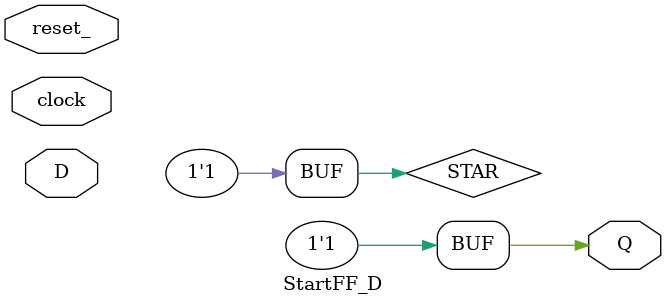
<source format=v>
module TestBench;
  reg clock, reset_;
  always #5 clock <= !clock;
  initial begin
    clock = 0;
    reset_ = 1;
  
    #5 reset_ <= 0;
    #20 reset_ <= 1;
    #600 $finish;
  end
  wire [3:0] Q;
  RingCounter RING(clock,reset_, Q);
  wire q0 = RING.q0, q1 = RING.q1, q2 = RING.q2, q3 = RING.q3;

endmodule


module RingCounter(clock,reset_, Q);
  input clock,reset_;
  output [3:0] Q;
  wire q0,q1,q2,q3;

  StartFF_D   f0(q3,clock,reset_, q0);
  FF_D        f1(q0,clock,reset_, q1), f2(q1,clock,reset_, q2), f1(q2,clock,reset_, q3);
  assign Q = {q3,q2,q1,q0};
endmodule


module FF_D(D,clock,reset_, Q);
  input D,clock,reset_;
  reg STAR;
  parameter S0 = 0, S1 = 1;
  output Q; assign Q = STAR ? 1:0;

  always @(reset_ == 0) STAR <= S0;
  always @(posedge clock) if (reset_ == 1) #3
    casex(STAR)
      S0: STAR = D ? S1:S0;
      S1: STAR = D ? S1:S0;
    endcase
endmodule

//a flip-flop d that starts from S1 -> 1 to trigger a ring cascade
module StartFF_D(D,clock,reset_, Q);
  input D,clock,reset_;
  reg STAR;
  parameter S0 = 0, S1 = 1;
  output Q; assign Q = STAR ? 1:0;
  
  //begins with STAR <= S1
  always @(reset_ == 0) STAR <= S1;
  always @(posedge clock) if (reset_ == 1) #3
    casex(STAR)
      S0: STAR = D ? S1:S0;
      S1: STAR = D ? S1:S0;
    endcase
endmodule


</source>
